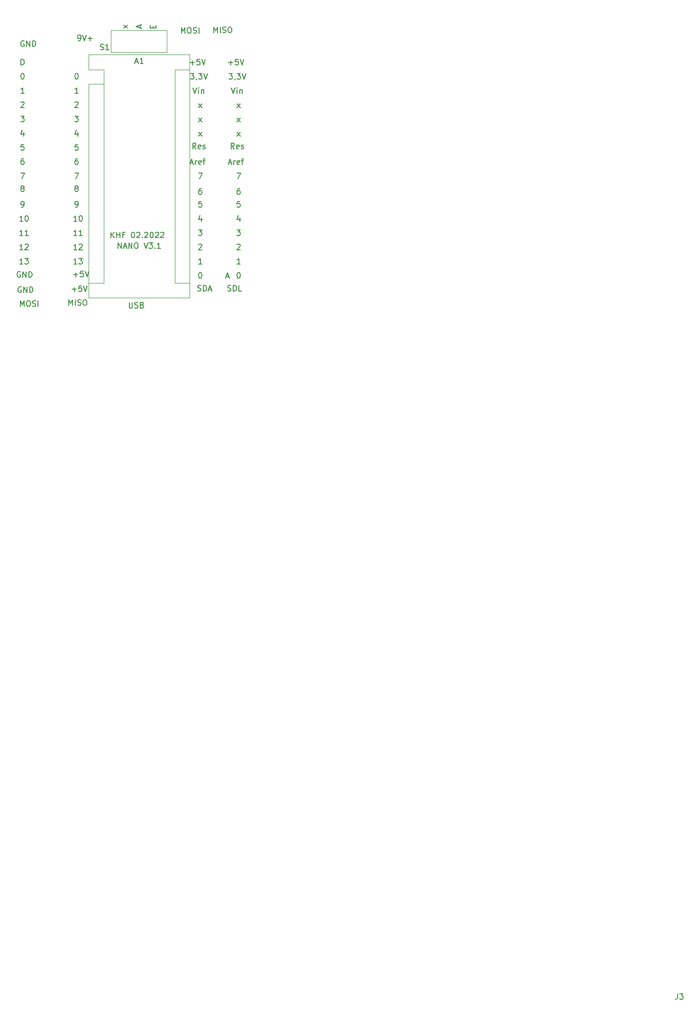
<source format=gbr>
%TF.GenerationSoftware,KiCad,Pcbnew,(5.1.9)-1*%
%TF.CreationDate,2023-02-19T18:33:08+01:00*%
%TF.ProjectId,NANO_Bot,4e414e4f-5f42-46f7-942e-6b696361645f,rev?*%
%TF.SameCoordinates,Original*%
%TF.FileFunction,Legend,Top*%
%TF.FilePolarity,Positive*%
%FSLAX46Y46*%
G04 Gerber Fmt 4.6, Leading zero omitted, Abs format (unit mm)*
G04 Created by KiCad (PCBNEW (5.1.9)-1) date 2023-02-19 18:33:08*
%MOMM*%
%LPD*%
G01*
G04 APERTURE LIST*
%ADD10C,0.150000*%
%ADD11C,0.120000*%
G04 APERTURE END LIST*
D10*
X127452380Y-304045904D02*
X126785714Y-303522095D01*
X126785714Y-304045904D02*
X127452380Y-303522095D01*
X129706666Y-304022095D02*
X129706666Y-303545904D01*
X129992380Y-304117333D02*
X128992380Y-303784000D01*
X129992380Y-303450666D01*
X132008571Y-303998285D02*
X132008571Y-303664952D01*
X132532380Y-303522095D02*
X132532380Y-303998285D01*
X131532380Y-303998285D01*
X131532380Y-303522095D01*
X127770095Y-353020380D02*
X127770095Y-353829904D01*
X127817714Y-353925142D01*
X127865333Y-353972761D01*
X127960571Y-354020380D01*
X128151047Y-354020380D01*
X128246285Y-353972761D01*
X128293904Y-353925142D01*
X128341523Y-353829904D01*
X128341523Y-353020380D01*
X128770095Y-353972761D02*
X128912952Y-354020380D01*
X129151047Y-354020380D01*
X129246285Y-353972761D01*
X129293904Y-353925142D01*
X129341523Y-353829904D01*
X129341523Y-353734666D01*
X129293904Y-353639428D01*
X129246285Y-353591809D01*
X129151047Y-353544190D01*
X128960571Y-353496571D01*
X128865333Y-353448952D01*
X128817714Y-353401333D01*
X128770095Y-353306095D01*
X128770095Y-353210857D01*
X128817714Y-353115619D01*
X128865333Y-353068000D01*
X128960571Y-353020380D01*
X129198666Y-353020380D01*
X129341523Y-353068000D01*
X130103428Y-353496571D02*
X130246285Y-353544190D01*
X130293904Y-353591809D01*
X130341523Y-353687047D01*
X130341523Y-353829904D01*
X130293904Y-353925142D01*
X130246285Y-353972761D01*
X130151047Y-354020380D01*
X129770095Y-354020380D01*
X129770095Y-353020380D01*
X130103428Y-353020380D01*
X130198666Y-353068000D01*
X130246285Y-353115619D01*
X130293904Y-353210857D01*
X130293904Y-353306095D01*
X130246285Y-353401333D01*
X130198666Y-353448952D01*
X130103428Y-353496571D01*
X129770095Y-353496571D01*
X145049904Y-348400666D02*
X145526095Y-348400666D01*
X144954666Y-348686380D02*
X145288000Y-347686380D01*
X145621333Y-348686380D01*
X146986666Y-340066380D02*
X147605714Y-340066380D01*
X147272380Y-340447333D01*
X147415238Y-340447333D01*
X147510476Y-340494952D01*
X147558095Y-340542571D01*
X147605714Y-340637809D01*
X147605714Y-340875904D01*
X147558095Y-340971142D01*
X147510476Y-341018761D01*
X147415238Y-341066380D01*
X147129523Y-341066380D01*
X147034285Y-341018761D01*
X146986666Y-340971142D01*
X145526285Y-310205428D02*
X146288190Y-310205428D01*
X145907238Y-310586380D02*
X145907238Y-309824476D01*
X147240571Y-309586380D02*
X146764380Y-309586380D01*
X146716761Y-310062571D01*
X146764380Y-310014952D01*
X146859619Y-309967333D01*
X147097714Y-309967333D01*
X147192952Y-310014952D01*
X147240571Y-310062571D01*
X147288190Y-310157809D01*
X147288190Y-310395904D01*
X147240571Y-310491142D01*
X147192952Y-310538761D01*
X147097714Y-310586380D01*
X146859619Y-310586380D01*
X146764380Y-310538761D01*
X146716761Y-310491142D01*
X147573904Y-309586380D02*
X147907238Y-310586380D01*
X148240571Y-309586380D01*
X147510476Y-337859714D02*
X147510476Y-338526380D01*
X147272380Y-337478761D02*
X147034285Y-338193047D01*
X147653333Y-338193047D01*
X147058095Y-323286380D02*
X147581904Y-322619714D01*
X147058095Y-322619714D02*
X147581904Y-323286380D01*
X147558095Y-334986380D02*
X147081904Y-334986380D01*
X147034285Y-335462571D01*
X147081904Y-335414952D01*
X147177142Y-335367333D01*
X147415238Y-335367333D01*
X147510476Y-335414952D01*
X147558095Y-335462571D01*
X147605714Y-335557809D01*
X147605714Y-335795904D01*
X147558095Y-335891142D01*
X147510476Y-335938761D01*
X147415238Y-335986380D01*
X147177142Y-335986380D01*
X147081904Y-335938761D01*
X147034285Y-335891142D01*
X147058095Y-318206380D02*
X147581904Y-317539714D01*
X147058095Y-317539714D02*
X147581904Y-318206380D01*
X145550095Y-328080666D02*
X146026285Y-328080666D01*
X145454857Y-328366380D02*
X145788190Y-327366380D01*
X146121523Y-328366380D01*
X146454857Y-328366380D02*
X146454857Y-327699714D01*
X146454857Y-327890190D02*
X146502476Y-327794952D01*
X146550095Y-327747333D01*
X146645333Y-327699714D01*
X146740571Y-327699714D01*
X147454857Y-328318761D02*
X147359619Y-328366380D01*
X147169142Y-328366380D01*
X147073904Y-328318761D01*
X147026285Y-328223523D01*
X147026285Y-327842571D01*
X147073904Y-327747333D01*
X147169142Y-327699714D01*
X147359619Y-327699714D01*
X147454857Y-327747333D01*
X147502476Y-327842571D01*
X147502476Y-327937809D01*
X147026285Y-328033047D01*
X147788190Y-327699714D02*
X148169142Y-327699714D01*
X147931047Y-328366380D02*
X147931047Y-327509238D01*
X147978666Y-327414000D01*
X148073904Y-327366380D01*
X148169142Y-327366380D01*
X147510476Y-332700380D02*
X147320000Y-332700380D01*
X147224761Y-332748000D01*
X147177142Y-332795619D01*
X147081904Y-332938476D01*
X147034285Y-333128952D01*
X147034285Y-333509904D01*
X147081904Y-333605142D01*
X147129523Y-333652761D01*
X147224761Y-333700380D01*
X147415238Y-333700380D01*
X147510476Y-333652761D01*
X147558095Y-333605142D01*
X147605714Y-333509904D01*
X147605714Y-333271809D01*
X147558095Y-333176571D01*
X147510476Y-333128952D01*
X147415238Y-333081333D01*
X147224761Y-333081333D01*
X147129523Y-333128952D01*
X147081904Y-333176571D01*
X147034285Y-333271809D01*
X147034285Y-342701619D02*
X147081904Y-342654000D01*
X147177142Y-342606380D01*
X147415238Y-342606380D01*
X147510476Y-342654000D01*
X147558095Y-342701619D01*
X147605714Y-342796857D01*
X147605714Y-342892095D01*
X147558095Y-343034952D01*
X146986666Y-343606380D01*
X147605714Y-343606380D01*
X147605714Y-346146380D02*
X147034285Y-346146380D01*
X147320000Y-346146380D02*
X147320000Y-345146380D01*
X147224761Y-345289238D01*
X147129523Y-345384476D01*
X147034285Y-345432095D01*
X147272380Y-347686380D02*
X147367619Y-347686380D01*
X147462857Y-347734000D01*
X147510476Y-347781619D01*
X147558095Y-347876857D01*
X147605714Y-348067333D01*
X147605714Y-348305428D01*
X147558095Y-348495904D01*
X147510476Y-348591142D01*
X147462857Y-348638761D01*
X147367619Y-348686380D01*
X147272380Y-348686380D01*
X147177142Y-348638761D01*
X147129523Y-348591142D01*
X147081904Y-348495904D01*
X147034285Y-348305428D01*
X147034285Y-348067333D01*
X147081904Y-347876857D01*
X147129523Y-347781619D01*
X147177142Y-347734000D01*
X147272380Y-347686380D01*
X145589809Y-312126380D02*
X146208857Y-312126380D01*
X145875523Y-312507333D01*
X146018380Y-312507333D01*
X146113619Y-312554952D01*
X146161238Y-312602571D01*
X146208857Y-312697809D01*
X146208857Y-312935904D01*
X146161238Y-313031142D01*
X146113619Y-313078761D01*
X146018380Y-313126380D01*
X145732666Y-313126380D01*
X145637428Y-313078761D01*
X145589809Y-313031142D01*
X146685047Y-313078761D02*
X146685047Y-313126380D01*
X146637428Y-313221619D01*
X146589809Y-313269238D01*
X147018380Y-312126380D02*
X147637428Y-312126380D01*
X147304095Y-312507333D01*
X147446952Y-312507333D01*
X147542190Y-312554952D01*
X147589809Y-312602571D01*
X147637428Y-312697809D01*
X147637428Y-312935904D01*
X147589809Y-313031142D01*
X147542190Y-313078761D01*
X147446952Y-313126380D01*
X147161238Y-313126380D01*
X147066000Y-313078761D01*
X147018380Y-313031142D01*
X147923142Y-312126380D02*
X148256476Y-313126380D01*
X148589809Y-312126380D01*
X146042190Y-314666380D02*
X146375523Y-315666380D01*
X146708857Y-314666380D01*
X147042190Y-315666380D02*
X147042190Y-314999714D01*
X147042190Y-314666380D02*
X146994571Y-314714000D01*
X147042190Y-314761619D01*
X147089809Y-314714000D01*
X147042190Y-314666380D01*
X147042190Y-314761619D01*
X147518380Y-314999714D02*
X147518380Y-315666380D01*
X147518380Y-315094952D02*
X147566000Y-315047333D01*
X147661238Y-314999714D01*
X147804095Y-314999714D01*
X147899333Y-315047333D01*
X147946952Y-315142571D01*
X147946952Y-315666380D01*
X146542190Y-325572380D02*
X146208857Y-325096190D01*
X145970761Y-325572380D02*
X145970761Y-324572380D01*
X146351714Y-324572380D01*
X146446952Y-324620000D01*
X146494571Y-324667619D01*
X146542190Y-324762857D01*
X146542190Y-324905714D01*
X146494571Y-325000952D01*
X146446952Y-325048571D01*
X146351714Y-325096190D01*
X145970761Y-325096190D01*
X147351714Y-325524761D02*
X147256476Y-325572380D01*
X147066000Y-325572380D01*
X146970761Y-325524761D01*
X146923142Y-325429523D01*
X146923142Y-325048571D01*
X146970761Y-324953333D01*
X147066000Y-324905714D01*
X147256476Y-324905714D01*
X147351714Y-324953333D01*
X147399333Y-325048571D01*
X147399333Y-325143809D01*
X146923142Y-325239047D01*
X147780285Y-325524761D02*
X147875523Y-325572380D01*
X148066000Y-325572380D01*
X148161238Y-325524761D01*
X148208857Y-325429523D01*
X148208857Y-325381904D01*
X148161238Y-325286666D01*
X148066000Y-325239047D01*
X147923142Y-325239047D01*
X147827904Y-325191428D01*
X147780285Y-325096190D01*
X147780285Y-325048571D01*
X147827904Y-324953333D01*
X147923142Y-324905714D01*
X148066000Y-324905714D01*
X148161238Y-324953333D01*
X147058095Y-320746380D02*
X147581904Y-320079714D01*
X147058095Y-320079714D02*
X147581904Y-320746380D01*
X146986666Y-329906380D02*
X147653333Y-329906380D01*
X147224761Y-330906380D01*
X108308095Y-347560000D02*
X108212857Y-347512380D01*
X108070000Y-347512380D01*
X107927142Y-347560000D01*
X107831904Y-347655238D01*
X107784285Y-347750476D01*
X107736666Y-347940952D01*
X107736666Y-348083809D01*
X107784285Y-348274285D01*
X107831904Y-348369523D01*
X107927142Y-348464761D01*
X108070000Y-348512380D01*
X108165238Y-348512380D01*
X108308095Y-348464761D01*
X108355714Y-348417142D01*
X108355714Y-348083809D01*
X108165238Y-348083809D01*
X108784285Y-348512380D02*
X108784285Y-347512380D01*
X109355714Y-348512380D01*
X109355714Y-347512380D01*
X109831904Y-348512380D02*
X109831904Y-347512380D01*
X110070000Y-347512380D01*
X110212857Y-347560000D01*
X110308095Y-347655238D01*
X110355714Y-347750476D01*
X110403333Y-347940952D01*
X110403333Y-348083809D01*
X110355714Y-348274285D01*
X110308095Y-348369523D01*
X110212857Y-348464761D01*
X110070000Y-348512380D01*
X109831904Y-348512380D01*
X118030666Y-329906380D02*
X118697333Y-329906380D01*
X118268761Y-330906380D01*
X117564285Y-350681428D02*
X118326190Y-350681428D01*
X117945238Y-351062380D02*
X117945238Y-350300476D01*
X119278571Y-350062380D02*
X118802380Y-350062380D01*
X118754761Y-350538571D01*
X118802380Y-350490952D01*
X118897619Y-350443333D01*
X119135714Y-350443333D01*
X119230952Y-350490952D01*
X119278571Y-350538571D01*
X119326190Y-350633809D01*
X119326190Y-350871904D01*
X119278571Y-350967142D01*
X119230952Y-351014761D01*
X119135714Y-351062380D01*
X118897619Y-351062380D01*
X118802380Y-351014761D01*
X118754761Y-350967142D01*
X119611904Y-350062380D02*
X119945238Y-351062380D01*
X120278571Y-350062380D01*
X118078285Y-317301619D02*
X118125904Y-317254000D01*
X118221142Y-317206380D01*
X118459238Y-317206380D01*
X118554476Y-317254000D01*
X118602095Y-317301619D01*
X118649714Y-317396857D01*
X118649714Y-317492095D01*
X118602095Y-317634952D01*
X118030666Y-318206380D01*
X118649714Y-318206380D01*
X118173523Y-335986380D02*
X118364000Y-335986380D01*
X118459238Y-335938761D01*
X118506857Y-335891142D01*
X118602095Y-335748285D01*
X118649714Y-335557809D01*
X118649714Y-335176857D01*
X118602095Y-335081619D01*
X118554476Y-335034000D01*
X118459238Y-334986380D01*
X118268761Y-334986380D01*
X118173523Y-335034000D01*
X118125904Y-335081619D01*
X118078285Y-335176857D01*
X118078285Y-335414952D01*
X118125904Y-335510190D01*
X118173523Y-335557809D01*
X118268761Y-335605428D01*
X118459238Y-335605428D01*
X118554476Y-335557809D01*
X118602095Y-335510190D01*
X118649714Y-335414952D01*
X118427523Y-338526380D02*
X117856095Y-338526380D01*
X118141809Y-338526380D02*
X118141809Y-337526380D01*
X118046571Y-337669238D01*
X117951333Y-337764476D01*
X117856095Y-337812095D01*
X119046571Y-337526380D02*
X119141809Y-337526380D01*
X119237047Y-337574000D01*
X119284666Y-337621619D01*
X119332285Y-337716857D01*
X119379904Y-337907333D01*
X119379904Y-338145428D01*
X119332285Y-338335904D01*
X119284666Y-338431142D01*
X119237047Y-338478761D01*
X119141809Y-338526380D01*
X119046571Y-338526380D01*
X118951333Y-338478761D01*
X118903714Y-338431142D01*
X118856095Y-338335904D01*
X118808476Y-338145428D01*
X118808476Y-337907333D01*
X118856095Y-337716857D01*
X118903714Y-337621619D01*
X118951333Y-337574000D01*
X119046571Y-337526380D01*
X118316380Y-312126380D02*
X118411619Y-312126380D01*
X118506857Y-312174000D01*
X118554476Y-312221619D01*
X118602095Y-312316857D01*
X118649714Y-312507333D01*
X118649714Y-312745428D01*
X118602095Y-312935904D01*
X118554476Y-313031142D01*
X118506857Y-313078761D01*
X118411619Y-313126380D01*
X118316380Y-313126380D01*
X118221142Y-313078761D01*
X118173523Y-313031142D01*
X118125904Y-312935904D01*
X118078285Y-312745428D01*
X118078285Y-312507333D01*
X118125904Y-312316857D01*
X118173523Y-312221619D01*
X118221142Y-312174000D01*
X118316380Y-312126380D01*
X118030666Y-319746380D02*
X118649714Y-319746380D01*
X118316380Y-320127333D01*
X118459238Y-320127333D01*
X118554476Y-320174952D01*
X118602095Y-320222571D01*
X118649714Y-320317809D01*
X118649714Y-320555904D01*
X118602095Y-320651142D01*
X118554476Y-320698761D01*
X118459238Y-320746380D01*
X118173523Y-320746380D01*
X118078285Y-320698761D01*
X118030666Y-320651142D01*
X118602095Y-324826380D02*
X118125904Y-324826380D01*
X118078285Y-325302571D01*
X118125904Y-325254952D01*
X118221142Y-325207333D01*
X118459238Y-325207333D01*
X118554476Y-325254952D01*
X118602095Y-325302571D01*
X118649714Y-325397809D01*
X118649714Y-325635904D01*
X118602095Y-325731142D01*
X118554476Y-325778761D01*
X118459238Y-325826380D01*
X118221142Y-325826380D01*
X118125904Y-325778761D01*
X118078285Y-325731142D01*
X118554476Y-327366380D02*
X118364000Y-327366380D01*
X118268761Y-327414000D01*
X118221142Y-327461619D01*
X118125904Y-327604476D01*
X118078285Y-327794952D01*
X118078285Y-328175904D01*
X118125904Y-328271142D01*
X118173523Y-328318761D01*
X118268761Y-328366380D01*
X118459238Y-328366380D01*
X118554476Y-328318761D01*
X118602095Y-328271142D01*
X118649714Y-328175904D01*
X118649714Y-327937809D01*
X118602095Y-327842571D01*
X118554476Y-327794952D01*
X118459238Y-327747333D01*
X118268761Y-327747333D01*
X118173523Y-327794952D01*
X118125904Y-327842571D01*
X118078285Y-327937809D01*
X118427523Y-343606380D02*
X117856095Y-343606380D01*
X118141809Y-343606380D02*
X118141809Y-342606380D01*
X118046571Y-342749238D01*
X117951333Y-342844476D01*
X117856095Y-342892095D01*
X118808476Y-342701619D02*
X118856095Y-342654000D01*
X118951333Y-342606380D01*
X119189428Y-342606380D01*
X119284666Y-342654000D01*
X119332285Y-342701619D01*
X119379904Y-342796857D01*
X119379904Y-342892095D01*
X119332285Y-343034952D01*
X118760857Y-343606380D01*
X119379904Y-343606380D01*
X118427523Y-346146380D02*
X117856095Y-346146380D01*
X118141809Y-346146380D02*
X118141809Y-345146380D01*
X118046571Y-345289238D01*
X117951333Y-345384476D01*
X117856095Y-345432095D01*
X118760857Y-345146380D02*
X119379904Y-345146380D01*
X119046571Y-345527333D01*
X119189428Y-345527333D01*
X119284666Y-345574952D01*
X119332285Y-345622571D01*
X119379904Y-345717809D01*
X119379904Y-345955904D01*
X119332285Y-346051142D01*
X119284666Y-346098761D01*
X119189428Y-346146380D01*
X118903714Y-346146380D01*
X118808476Y-346098761D01*
X118760857Y-346051142D01*
X118268761Y-332620952D02*
X118173523Y-332573333D01*
X118125904Y-332525714D01*
X118078285Y-332430476D01*
X118078285Y-332382857D01*
X118125904Y-332287619D01*
X118173523Y-332240000D01*
X118268761Y-332192380D01*
X118459238Y-332192380D01*
X118554476Y-332240000D01*
X118602095Y-332287619D01*
X118649714Y-332382857D01*
X118649714Y-332430476D01*
X118602095Y-332525714D01*
X118554476Y-332573333D01*
X118459238Y-332620952D01*
X118268761Y-332620952D01*
X118173523Y-332668571D01*
X118125904Y-332716190D01*
X118078285Y-332811428D01*
X118078285Y-333001904D01*
X118125904Y-333097142D01*
X118173523Y-333144761D01*
X118268761Y-333192380D01*
X118459238Y-333192380D01*
X118554476Y-333144761D01*
X118602095Y-333097142D01*
X118649714Y-333001904D01*
X118649714Y-332811428D01*
X118602095Y-332716190D01*
X118554476Y-332668571D01*
X118459238Y-332620952D01*
X118649714Y-315666380D02*
X118078285Y-315666380D01*
X118364000Y-315666380D02*
X118364000Y-314666380D01*
X118268761Y-314809238D01*
X118173523Y-314904476D01*
X118078285Y-314952095D01*
X118554476Y-322619714D02*
X118554476Y-323286380D01*
X118316380Y-322238761D02*
X118078285Y-322953047D01*
X118697333Y-322953047D01*
X118427523Y-341066380D02*
X117856095Y-341066380D01*
X118141809Y-341066380D02*
X118141809Y-340066380D01*
X118046571Y-340209238D01*
X117951333Y-340304476D01*
X117856095Y-340352095D01*
X119379904Y-341066380D02*
X118808476Y-341066380D01*
X119094190Y-341066380D02*
X119094190Y-340066380D01*
X118998952Y-340209238D01*
X118903714Y-340304476D01*
X118808476Y-340352095D01*
X125778095Y-343352380D02*
X125778095Y-342352380D01*
X126349523Y-343352380D01*
X126349523Y-342352380D01*
X126778095Y-343066666D02*
X127254285Y-343066666D01*
X126682857Y-343352380D02*
X127016190Y-342352380D01*
X127349523Y-343352380D01*
X127682857Y-343352380D02*
X127682857Y-342352380D01*
X128254285Y-343352380D01*
X128254285Y-342352380D01*
X128920952Y-342352380D02*
X129111428Y-342352380D01*
X129206666Y-342400000D01*
X129301904Y-342495238D01*
X129349523Y-342685714D01*
X129349523Y-343019047D01*
X129301904Y-343209523D01*
X129206666Y-343304761D01*
X129111428Y-343352380D01*
X128920952Y-343352380D01*
X128825714Y-343304761D01*
X128730476Y-343209523D01*
X128682857Y-343019047D01*
X128682857Y-342685714D01*
X128730476Y-342495238D01*
X128825714Y-342400000D01*
X128920952Y-342352380D01*
X130397142Y-342352380D02*
X130730476Y-343352380D01*
X131063809Y-342352380D01*
X131301904Y-342352380D02*
X131920952Y-342352380D01*
X131587619Y-342733333D01*
X131730476Y-342733333D01*
X131825714Y-342780952D01*
X131873333Y-342828571D01*
X131920952Y-342923809D01*
X131920952Y-343161904D01*
X131873333Y-343257142D01*
X131825714Y-343304761D01*
X131730476Y-343352380D01*
X131444761Y-343352380D01*
X131349523Y-343304761D01*
X131301904Y-343257142D01*
X132349523Y-343257142D02*
X132397142Y-343304761D01*
X132349523Y-343352380D01*
X132301904Y-343304761D01*
X132349523Y-343257142D01*
X132349523Y-343352380D01*
X133349523Y-343352380D02*
X132778095Y-343352380D01*
X133063809Y-343352380D02*
X133063809Y-342352380D01*
X132968571Y-342495238D01*
X132873333Y-342590476D01*
X132778095Y-342638095D01*
X140200095Y-323286380D02*
X140723904Y-322619714D01*
X140200095Y-322619714D02*
X140723904Y-323286380D01*
X140200095Y-320746380D02*
X140723904Y-320079714D01*
X140200095Y-320079714D02*
X140723904Y-320746380D01*
X140200095Y-318206380D02*
X140723904Y-317539714D01*
X140200095Y-317539714D02*
X140723904Y-318206380D01*
X139184190Y-314666380D02*
X139517523Y-315666380D01*
X139850857Y-314666380D01*
X140184190Y-315666380D02*
X140184190Y-314999714D01*
X140184190Y-314666380D02*
X140136571Y-314714000D01*
X140184190Y-314761619D01*
X140231809Y-314714000D01*
X140184190Y-314666380D01*
X140184190Y-314761619D01*
X140660380Y-314999714D02*
X140660380Y-315666380D01*
X140660380Y-315094952D02*
X140708000Y-315047333D01*
X140803238Y-314999714D01*
X140946095Y-314999714D01*
X141041333Y-315047333D01*
X141088952Y-315142571D01*
X141088952Y-315666380D01*
X138731809Y-312126380D02*
X139350857Y-312126380D01*
X139017523Y-312507333D01*
X139160380Y-312507333D01*
X139255619Y-312554952D01*
X139303238Y-312602571D01*
X139350857Y-312697809D01*
X139350857Y-312935904D01*
X139303238Y-313031142D01*
X139255619Y-313078761D01*
X139160380Y-313126380D01*
X138874666Y-313126380D01*
X138779428Y-313078761D01*
X138731809Y-313031142D01*
X139827047Y-313078761D02*
X139827047Y-313126380D01*
X139779428Y-313221619D01*
X139731809Y-313269238D01*
X140160380Y-312126380D02*
X140779428Y-312126380D01*
X140446095Y-312507333D01*
X140588952Y-312507333D01*
X140684190Y-312554952D01*
X140731809Y-312602571D01*
X140779428Y-312697809D01*
X140779428Y-312935904D01*
X140731809Y-313031142D01*
X140684190Y-313078761D01*
X140588952Y-313126380D01*
X140303238Y-313126380D01*
X140208000Y-313078761D01*
X140160380Y-313031142D01*
X141065142Y-312126380D02*
X141398476Y-313126380D01*
X141731809Y-312126380D01*
X138668285Y-310205428D02*
X139430190Y-310205428D01*
X139049238Y-310586380D02*
X139049238Y-309824476D01*
X140382571Y-309586380D02*
X139906380Y-309586380D01*
X139858761Y-310062571D01*
X139906380Y-310014952D01*
X140001619Y-309967333D01*
X140239714Y-309967333D01*
X140334952Y-310014952D01*
X140382571Y-310062571D01*
X140430190Y-310157809D01*
X140430190Y-310395904D01*
X140382571Y-310491142D01*
X140334952Y-310538761D01*
X140239714Y-310586380D01*
X140001619Y-310586380D01*
X139906380Y-310538761D01*
X139858761Y-310491142D01*
X140715904Y-309586380D02*
X141049238Y-310586380D01*
X141382571Y-309586380D01*
X139684190Y-325572380D02*
X139350857Y-325096190D01*
X139112761Y-325572380D02*
X139112761Y-324572380D01*
X139493714Y-324572380D01*
X139588952Y-324620000D01*
X139636571Y-324667619D01*
X139684190Y-324762857D01*
X139684190Y-324905714D01*
X139636571Y-325000952D01*
X139588952Y-325048571D01*
X139493714Y-325096190D01*
X139112761Y-325096190D01*
X140493714Y-325524761D02*
X140398476Y-325572380D01*
X140208000Y-325572380D01*
X140112761Y-325524761D01*
X140065142Y-325429523D01*
X140065142Y-325048571D01*
X140112761Y-324953333D01*
X140208000Y-324905714D01*
X140398476Y-324905714D01*
X140493714Y-324953333D01*
X140541333Y-325048571D01*
X140541333Y-325143809D01*
X140065142Y-325239047D01*
X140922285Y-325524761D02*
X141017523Y-325572380D01*
X141208000Y-325572380D01*
X141303238Y-325524761D01*
X141350857Y-325429523D01*
X141350857Y-325381904D01*
X141303238Y-325286666D01*
X141208000Y-325239047D01*
X141065142Y-325239047D01*
X140969904Y-325191428D01*
X140922285Y-325096190D01*
X140922285Y-325048571D01*
X140969904Y-324953333D01*
X141065142Y-324905714D01*
X141208000Y-324905714D01*
X141303238Y-324953333D01*
X138692095Y-328080666D02*
X139168285Y-328080666D01*
X138596857Y-328366380D02*
X138930190Y-327366380D01*
X139263523Y-328366380D01*
X139596857Y-328366380D02*
X139596857Y-327699714D01*
X139596857Y-327890190D02*
X139644476Y-327794952D01*
X139692095Y-327747333D01*
X139787333Y-327699714D01*
X139882571Y-327699714D01*
X140596857Y-328318761D02*
X140501619Y-328366380D01*
X140311142Y-328366380D01*
X140215904Y-328318761D01*
X140168285Y-328223523D01*
X140168285Y-327842571D01*
X140215904Y-327747333D01*
X140311142Y-327699714D01*
X140501619Y-327699714D01*
X140596857Y-327747333D01*
X140644476Y-327842571D01*
X140644476Y-327937809D01*
X140168285Y-328033047D01*
X140930190Y-327699714D02*
X141311142Y-327699714D01*
X141073047Y-328366380D02*
X141073047Y-327509238D01*
X141120666Y-327414000D01*
X141215904Y-327366380D01*
X141311142Y-327366380D01*
X140128666Y-329906380D02*
X140795333Y-329906380D01*
X140366761Y-330906380D01*
X140652476Y-332700380D02*
X140462000Y-332700380D01*
X140366761Y-332748000D01*
X140319142Y-332795619D01*
X140223904Y-332938476D01*
X140176285Y-333128952D01*
X140176285Y-333509904D01*
X140223904Y-333605142D01*
X140271523Y-333652761D01*
X140366761Y-333700380D01*
X140557238Y-333700380D01*
X140652476Y-333652761D01*
X140700095Y-333605142D01*
X140747714Y-333509904D01*
X140747714Y-333271809D01*
X140700095Y-333176571D01*
X140652476Y-333128952D01*
X140557238Y-333081333D01*
X140366761Y-333081333D01*
X140271523Y-333128952D01*
X140223904Y-333176571D01*
X140176285Y-333271809D01*
X140700095Y-334986380D02*
X140223904Y-334986380D01*
X140176285Y-335462571D01*
X140223904Y-335414952D01*
X140319142Y-335367333D01*
X140557238Y-335367333D01*
X140652476Y-335414952D01*
X140700095Y-335462571D01*
X140747714Y-335557809D01*
X140747714Y-335795904D01*
X140700095Y-335891142D01*
X140652476Y-335938761D01*
X140557238Y-335986380D01*
X140319142Y-335986380D01*
X140223904Y-335938761D01*
X140176285Y-335891142D01*
X140652476Y-337859714D02*
X140652476Y-338526380D01*
X140414380Y-337478761D02*
X140176285Y-338193047D01*
X140795333Y-338193047D01*
X140128666Y-340066380D02*
X140747714Y-340066380D01*
X140414380Y-340447333D01*
X140557238Y-340447333D01*
X140652476Y-340494952D01*
X140700095Y-340542571D01*
X140747714Y-340637809D01*
X140747714Y-340875904D01*
X140700095Y-340971142D01*
X140652476Y-341018761D01*
X140557238Y-341066380D01*
X140271523Y-341066380D01*
X140176285Y-341018761D01*
X140128666Y-340971142D01*
X140176285Y-342701619D02*
X140223904Y-342654000D01*
X140319142Y-342606380D01*
X140557238Y-342606380D01*
X140652476Y-342654000D01*
X140700095Y-342701619D01*
X140747714Y-342796857D01*
X140747714Y-342892095D01*
X140700095Y-343034952D01*
X140128666Y-343606380D01*
X140747714Y-343606380D01*
X140747714Y-346146380D02*
X140176285Y-346146380D01*
X140462000Y-346146380D02*
X140462000Y-345146380D01*
X140366761Y-345289238D01*
X140271523Y-345384476D01*
X140176285Y-345432095D01*
X140414380Y-347686380D02*
X140509619Y-347686380D01*
X140604857Y-347734000D01*
X140652476Y-347781619D01*
X140700095Y-347876857D01*
X140747714Y-348067333D01*
X140747714Y-348305428D01*
X140700095Y-348495904D01*
X140652476Y-348591142D01*
X140604857Y-348638761D01*
X140509619Y-348686380D01*
X140414380Y-348686380D01*
X140319142Y-348638761D01*
X140271523Y-348591142D01*
X140223904Y-348495904D01*
X140176285Y-348305428D01*
X140176285Y-348067333D01*
X140223904Y-347876857D01*
X140271523Y-347781619D01*
X140319142Y-347734000D01*
X140414380Y-347686380D01*
X108458095Y-350274000D02*
X108362857Y-350226380D01*
X108220000Y-350226380D01*
X108077142Y-350274000D01*
X107981904Y-350369238D01*
X107934285Y-350464476D01*
X107886666Y-350654952D01*
X107886666Y-350797809D01*
X107934285Y-350988285D01*
X107981904Y-351083523D01*
X108077142Y-351178761D01*
X108220000Y-351226380D01*
X108315238Y-351226380D01*
X108458095Y-351178761D01*
X108505714Y-351131142D01*
X108505714Y-350797809D01*
X108315238Y-350797809D01*
X108934285Y-351226380D02*
X108934285Y-350226380D01*
X109505714Y-351226380D01*
X109505714Y-350226380D01*
X109981904Y-351226380D02*
X109981904Y-350226380D01*
X110220000Y-350226380D01*
X110362857Y-350274000D01*
X110458095Y-350369238D01*
X110505714Y-350464476D01*
X110553333Y-350654952D01*
X110553333Y-350797809D01*
X110505714Y-350988285D01*
X110458095Y-351083523D01*
X110362857Y-351178761D01*
X110220000Y-351226380D01*
X109981904Y-351226380D01*
X117840285Y-348051428D02*
X118602190Y-348051428D01*
X118221238Y-348432380D02*
X118221238Y-347670476D01*
X119554571Y-347432380D02*
X119078380Y-347432380D01*
X119030761Y-347908571D01*
X119078380Y-347860952D01*
X119173619Y-347813333D01*
X119411714Y-347813333D01*
X119506952Y-347860952D01*
X119554571Y-347908571D01*
X119602190Y-348003809D01*
X119602190Y-348241904D01*
X119554571Y-348337142D01*
X119506952Y-348384761D01*
X119411714Y-348432380D01*
X119173619Y-348432380D01*
X119078380Y-348384761D01*
X119030761Y-348337142D01*
X119887904Y-347432380D02*
X120221238Y-348432380D01*
X120554571Y-347432380D01*
X108775523Y-346146380D02*
X108204095Y-346146380D01*
X108489809Y-346146380D02*
X108489809Y-345146380D01*
X108394571Y-345289238D01*
X108299333Y-345384476D01*
X108204095Y-345432095D01*
X109108857Y-345146380D02*
X109727904Y-345146380D01*
X109394571Y-345527333D01*
X109537428Y-345527333D01*
X109632666Y-345574952D01*
X109680285Y-345622571D01*
X109727904Y-345717809D01*
X109727904Y-345955904D01*
X109680285Y-346051142D01*
X109632666Y-346098761D01*
X109537428Y-346146380D01*
X109251714Y-346146380D01*
X109156476Y-346098761D01*
X109108857Y-346051142D01*
X108775523Y-343606380D02*
X108204095Y-343606380D01*
X108489809Y-343606380D02*
X108489809Y-342606380D01*
X108394571Y-342749238D01*
X108299333Y-342844476D01*
X108204095Y-342892095D01*
X109156476Y-342701619D02*
X109204095Y-342654000D01*
X109299333Y-342606380D01*
X109537428Y-342606380D01*
X109632666Y-342654000D01*
X109680285Y-342701619D01*
X109727904Y-342796857D01*
X109727904Y-342892095D01*
X109680285Y-343034952D01*
X109108857Y-343606380D01*
X109727904Y-343606380D01*
X108775523Y-341066380D02*
X108204095Y-341066380D01*
X108489809Y-341066380D02*
X108489809Y-340066380D01*
X108394571Y-340209238D01*
X108299333Y-340304476D01*
X108204095Y-340352095D01*
X109727904Y-341066380D02*
X109156476Y-341066380D01*
X109442190Y-341066380D02*
X109442190Y-340066380D01*
X109346952Y-340209238D01*
X109251714Y-340304476D01*
X109156476Y-340352095D01*
X108775523Y-338526380D02*
X108204095Y-338526380D01*
X108489809Y-338526380D02*
X108489809Y-337526380D01*
X108394571Y-337669238D01*
X108299333Y-337764476D01*
X108204095Y-337812095D01*
X109394571Y-337526380D02*
X109489809Y-337526380D01*
X109585047Y-337574000D01*
X109632666Y-337621619D01*
X109680285Y-337716857D01*
X109727904Y-337907333D01*
X109727904Y-338145428D01*
X109680285Y-338335904D01*
X109632666Y-338431142D01*
X109585047Y-338478761D01*
X109489809Y-338526380D01*
X109394571Y-338526380D01*
X109299333Y-338478761D01*
X109251714Y-338431142D01*
X109204095Y-338335904D01*
X109156476Y-338145428D01*
X109156476Y-337907333D01*
X109204095Y-337716857D01*
X109251714Y-337621619D01*
X109299333Y-337574000D01*
X109394571Y-337526380D01*
X108521523Y-335986380D02*
X108712000Y-335986380D01*
X108807238Y-335938761D01*
X108854857Y-335891142D01*
X108950095Y-335748285D01*
X108997714Y-335557809D01*
X108997714Y-335176857D01*
X108950095Y-335081619D01*
X108902476Y-335034000D01*
X108807238Y-334986380D01*
X108616761Y-334986380D01*
X108521523Y-335034000D01*
X108473904Y-335081619D01*
X108426285Y-335176857D01*
X108426285Y-335414952D01*
X108473904Y-335510190D01*
X108521523Y-335557809D01*
X108616761Y-335605428D01*
X108807238Y-335605428D01*
X108902476Y-335557809D01*
X108950095Y-335510190D01*
X108997714Y-335414952D01*
X108616761Y-332620952D02*
X108521523Y-332573333D01*
X108473904Y-332525714D01*
X108426285Y-332430476D01*
X108426285Y-332382857D01*
X108473904Y-332287619D01*
X108521523Y-332240000D01*
X108616761Y-332192380D01*
X108807238Y-332192380D01*
X108902476Y-332240000D01*
X108950095Y-332287619D01*
X108997714Y-332382857D01*
X108997714Y-332430476D01*
X108950095Y-332525714D01*
X108902476Y-332573333D01*
X108807238Y-332620952D01*
X108616761Y-332620952D01*
X108521523Y-332668571D01*
X108473904Y-332716190D01*
X108426285Y-332811428D01*
X108426285Y-333001904D01*
X108473904Y-333097142D01*
X108521523Y-333144761D01*
X108616761Y-333192380D01*
X108807238Y-333192380D01*
X108902476Y-333144761D01*
X108950095Y-333097142D01*
X108997714Y-333001904D01*
X108997714Y-332811428D01*
X108950095Y-332716190D01*
X108902476Y-332668571D01*
X108807238Y-332620952D01*
X108378666Y-329906380D02*
X109045333Y-329906380D01*
X108616761Y-330906380D01*
X108902476Y-327366380D02*
X108712000Y-327366380D01*
X108616761Y-327414000D01*
X108569142Y-327461619D01*
X108473904Y-327604476D01*
X108426285Y-327794952D01*
X108426285Y-328175904D01*
X108473904Y-328271142D01*
X108521523Y-328318761D01*
X108616761Y-328366380D01*
X108807238Y-328366380D01*
X108902476Y-328318761D01*
X108950095Y-328271142D01*
X108997714Y-328175904D01*
X108997714Y-327937809D01*
X108950095Y-327842571D01*
X108902476Y-327794952D01*
X108807238Y-327747333D01*
X108616761Y-327747333D01*
X108521523Y-327794952D01*
X108473904Y-327842571D01*
X108426285Y-327937809D01*
X108950095Y-324826380D02*
X108473904Y-324826380D01*
X108426285Y-325302571D01*
X108473904Y-325254952D01*
X108569142Y-325207333D01*
X108807238Y-325207333D01*
X108902476Y-325254952D01*
X108950095Y-325302571D01*
X108997714Y-325397809D01*
X108997714Y-325635904D01*
X108950095Y-325731142D01*
X108902476Y-325778761D01*
X108807238Y-325826380D01*
X108569142Y-325826380D01*
X108473904Y-325778761D01*
X108426285Y-325731142D01*
X108902476Y-322619714D02*
X108902476Y-323286380D01*
X108664380Y-322238761D02*
X108426285Y-322953047D01*
X109045333Y-322953047D01*
X108450095Y-310586380D02*
X108450095Y-309586380D01*
X108688190Y-309586380D01*
X108831047Y-309634000D01*
X108926285Y-309729238D01*
X108973904Y-309824476D01*
X109021523Y-310014952D01*
X109021523Y-310157809D01*
X108973904Y-310348285D01*
X108926285Y-310443523D01*
X108831047Y-310538761D01*
X108688190Y-310586380D01*
X108450095Y-310586380D01*
X108378666Y-319746380D02*
X108997714Y-319746380D01*
X108664380Y-320127333D01*
X108807238Y-320127333D01*
X108902476Y-320174952D01*
X108950095Y-320222571D01*
X108997714Y-320317809D01*
X108997714Y-320555904D01*
X108950095Y-320651142D01*
X108902476Y-320698761D01*
X108807238Y-320746380D01*
X108521523Y-320746380D01*
X108426285Y-320698761D01*
X108378666Y-320651142D01*
X108426285Y-317301619D02*
X108473904Y-317254000D01*
X108569142Y-317206380D01*
X108807238Y-317206380D01*
X108902476Y-317254000D01*
X108950095Y-317301619D01*
X108997714Y-317396857D01*
X108997714Y-317492095D01*
X108950095Y-317634952D01*
X108378666Y-318206380D01*
X108997714Y-318206380D01*
X108997714Y-315666380D02*
X108426285Y-315666380D01*
X108712000Y-315666380D02*
X108712000Y-314666380D01*
X108616761Y-314809238D01*
X108521523Y-314904476D01*
X108426285Y-314952095D01*
X108664380Y-312126380D02*
X108759619Y-312126380D01*
X108854857Y-312174000D01*
X108902476Y-312221619D01*
X108950095Y-312316857D01*
X108997714Y-312507333D01*
X108997714Y-312745428D01*
X108950095Y-312935904D01*
X108902476Y-313031142D01*
X108854857Y-313078761D01*
X108759619Y-313126380D01*
X108664380Y-313126380D01*
X108569142Y-313078761D01*
X108521523Y-313031142D01*
X108473904Y-312935904D01*
X108426285Y-312745428D01*
X108426285Y-312507333D01*
X108473904Y-312316857D01*
X108521523Y-312221619D01*
X108569142Y-312174000D01*
X108664380Y-312126380D01*
X118649904Y-306268380D02*
X118840380Y-306268380D01*
X118935619Y-306220761D01*
X118983238Y-306173142D01*
X119078476Y-306030285D01*
X119126095Y-305839809D01*
X119126095Y-305458857D01*
X119078476Y-305363619D01*
X119030857Y-305316000D01*
X118935619Y-305268380D01*
X118745142Y-305268380D01*
X118649904Y-305316000D01*
X118602285Y-305363619D01*
X118554666Y-305458857D01*
X118554666Y-305696952D01*
X118602285Y-305792190D01*
X118649904Y-305839809D01*
X118745142Y-305887428D01*
X118935619Y-305887428D01*
X119030857Y-305839809D01*
X119078476Y-305792190D01*
X119126095Y-305696952D01*
X119411809Y-305268380D02*
X119745142Y-306268380D01*
X120078476Y-305268380D01*
X120411809Y-305887428D02*
X121173714Y-305887428D01*
X120792761Y-306268380D02*
X120792761Y-305506476D01*
X124529523Y-341462380D02*
X124529523Y-340462380D01*
X125100952Y-341462380D02*
X124672380Y-340890952D01*
X125100952Y-340462380D02*
X124529523Y-341033809D01*
X125529523Y-341462380D02*
X125529523Y-340462380D01*
X125529523Y-340938571D02*
X126100952Y-340938571D01*
X126100952Y-341462380D02*
X126100952Y-340462380D01*
X126910476Y-340938571D02*
X126577142Y-340938571D01*
X126577142Y-341462380D02*
X126577142Y-340462380D01*
X127053333Y-340462380D01*
X128386666Y-340462380D02*
X128481904Y-340462380D01*
X128577142Y-340510000D01*
X128624761Y-340557619D01*
X128672380Y-340652857D01*
X128720000Y-340843333D01*
X128720000Y-341081428D01*
X128672380Y-341271904D01*
X128624761Y-341367142D01*
X128577142Y-341414761D01*
X128481904Y-341462380D01*
X128386666Y-341462380D01*
X128291428Y-341414761D01*
X128243809Y-341367142D01*
X128196190Y-341271904D01*
X128148571Y-341081428D01*
X128148571Y-340843333D01*
X128196190Y-340652857D01*
X128243809Y-340557619D01*
X128291428Y-340510000D01*
X128386666Y-340462380D01*
X129100952Y-340557619D02*
X129148571Y-340510000D01*
X129243809Y-340462380D01*
X129481904Y-340462380D01*
X129577142Y-340510000D01*
X129624761Y-340557619D01*
X129672380Y-340652857D01*
X129672380Y-340748095D01*
X129624761Y-340890952D01*
X129053333Y-341462380D01*
X129672380Y-341462380D01*
X130100952Y-341367142D02*
X130148571Y-341414761D01*
X130100952Y-341462380D01*
X130053333Y-341414761D01*
X130100952Y-341367142D01*
X130100952Y-341462380D01*
X130529523Y-340557619D02*
X130577142Y-340510000D01*
X130672380Y-340462380D01*
X130910476Y-340462380D01*
X131005714Y-340510000D01*
X131053333Y-340557619D01*
X131100952Y-340652857D01*
X131100952Y-340748095D01*
X131053333Y-340890952D01*
X130481904Y-341462380D01*
X131100952Y-341462380D01*
X131720000Y-340462380D02*
X131815238Y-340462380D01*
X131910476Y-340510000D01*
X131958095Y-340557619D01*
X132005714Y-340652857D01*
X132053333Y-340843333D01*
X132053333Y-341081428D01*
X132005714Y-341271904D01*
X131958095Y-341367142D01*
X131910476Y-341414761D01*
X131815238Y-341462380D01*
X131720000Y-341462380D01*
X131624761Y-341414761D01*
X131577142Y-341367142D01*
X131529523Y-341271904D01*
X131481904Y-341081428D01*
X131481904Y-340843333D01*
X131529523Y-340652857D01*
X131577142Y-340557619D01*
X131624761Y-340510000D01*
X131720000Y-340462380D01*
X132434285Y-340557619D02*
X132481904Y-340510000D01*
X132577142Y-340462380D01*
X132815238Y-340462380D01*
X132910476Y-340510000D01*
X132958095Y-340557619D01*
X133005714Y-340652857D01*
X133005714Y-340748095D01*
X132958095Y-340890952D01*
X132386666Y-341462380D01*
X133005714Y-341462380D01*
X133386666Y-340557619D02*
X133434285Y-340510000D01*
X133529523Y-340462380D01*
X133767619Y-340462380D01*
X133862857Y-340510000D01*
X133910476Y-340557619D01*
X133958095Y-340652857D01*
X133958095Y-340748095D01*
X133910476Y-340890952D01*
X133339047Y-341462380D01*
X133958095Y-341462380D01*
D11*
%TO.C,S1*%
X134467600Y-308330600D02*
X124510800Y-308330600D01*
X124510800Y-308330600D02*
X124510800Y-304393600D01*
X124510800Y-304393600D02*
X134467600Y-304393600D01*
X134467600Y-304393600D02*
X134493000Y-308330600D01*
%TO.C,A1*%
X138591001Y-308755001D02*
X120551001Y-308755001D01*
X138591001Y-352195001D02*
X138591001Y-308755001D01*
X120551001Y-352195001D02*
X138591001Y-352195001D01*
X123221001Y-349525001D02*
X120551001Y-349525001D01*
X123221001Y-313965001D02*
X123221001Y-349525001D01*
X123221001Y-313965001D02*
X120551001Y-313965001D01*
X135921001Y-349525001D02*
X138591001Y-349525001D01*
X135921001Y-311425001D02*
X135921001Y-349525001D01*
X135921001Y-311425001D02*
X138591001Y-311425001D01*
X120551001Y-308755001D02*
X120551001Y-311425001D01*
X120551001Y-313965001D02*
X120551001Y-352195001D01*
X123221001Y-311425001D02*
X120551001Y-311425001D01*
X123221001Y-313965001D02*
X123221001Y-311425001D01*
%TO.C,MISO*%
D10*
X116998571Y-353522380D02*
X116998571Y-352522380D01*
X117331904Y-353236666D01*
X117665238Y-352522380D01*
X117665238Y-353522380D01*
X118141428Y-353522380D02*
X118141428Y-352522380D01*
X118570000Y-353474761D02*
X118712857Y-353522380D01*
X118950952Y-353522380D01*
X119046190Y-353474761D01*
X119093809Y-353427142D01*
X119141428Y-353331904D01*
X119141428Y-353236666D01*
X119093809Y-353141428D01*
X119046190Y-353093809D01*
X118950952Y-353046190D01*
X118760476Y-352998571D01*
X118665238Y-352950952D01*
X118617619Y-352903333D01*
X118570000Y-352808095D01*
X118570000Y-352712857D01*
X118617619Y-352617619D01*
X118665238Y-352570000D01*
X118760476Y-352522380D01*
X118998571Y-352522380D01*
X119141428Y-352570000D01*
X119760476Y-352522380D02*
X119950952Y-352522380D01*
X120046190Y-352570000D01*
X120141428Y-352665238D01*
X120189047Y-352855714D01*
X120189047Y-353189047D01*
X120141428Y-353379523D01*
X120046190Y-353474761D01*
X119950952Y-353522380D01*
X119760476Y-353522380D01*
X119665238Y-353474761D01*
X119570000Y-353379523D01*
X119522380Y-353189047D01*
X119522380Y-352855714D01*
X119570000Y-352665238D01*
X119665238Y-352570000D01*
X119760476Y-352522380D01*
%TO.C,MOSI*%
X108338571Y-353732380D02*
X108338571Y-352732380D01*
X108671904Y-353446666D01*
X109005238Y-352732380D01*
X109005238Y-353732380D01*
X109671904Y-352732380D02*
X109862380Y-352732380D01*
X109957619Y-352780000D01*
X110052857Y-352875238D01*
X110100476Y-353065714D01*
X110100476Y-353399047D01*
X110052857Y-353589523D01*
X109957619Y-353684761D01*
X109862380Y-353732380D01*
X109671904Y-353732380D01*
X109576666Y-353684761D01*
X109481428Y-353589523D01*
X109433809Y-353399047D01*
X109433809Y-353065714D01*
X109481428Y-352875238D01*
X109576666Y-352780000D01*
X109671904Y-352732380D01*
X110481428Y-353684761D02*
X110624285Y-353732380D01*
X110862380Y-353732380D01*
X110957619Y-353684761D01*
X111005238Y-353637142D01*
X111052857Y-353541904D01*
X111052857Y-353446666D01*
X111005238Y-353351428D01*
X110957619Y-353303809D01*
X110862380Y-353256190D01*
X110671904Y-353208571D01*
X110576666Y-353160952D01*
X110529047Y-353113333D01*
X110481428Y-353018095D01*
X110481428Y-352922857D01*
X110529047Y-352827619D01*
X110576666Y-352780000D01*
X110671904Y-352732380D01*
X110910000Y-352732380D01*
X111052857Y-352780000D01*
X111481428Y-353732380D02*
X111481428Y-352732380D01*
%TO.C,SDL*%
X145367523Y-350924761D02*
X145510380Y-350972380D01*
X145748476Y-350972380D01*
X145843714Y-350924761D01*
X145891333Y-350877142D01*
X145938952Y-350781904D01*
X145938952Y-350686666D01*
X145891333Y-350591428D01*
X145843714Y-350543809D01*
X145748476Y-350496190D01*
X145558000Y-350448571D01*
X145462761Y-350400952D01*
X145415142Y-350353333D01*
X145367523Y-350258095D01*
X145367523Y-350162857D01*
X145415142Y-350067619D01*
X145462761Y-350020000D01*
X145558000Y-349972380D01*
X145796095Y-349972380D01*
X145938952Y-350020000D01*
X146367523Y-350972380D02*
X146367523Y-349972380D01*
X146605619Y-349972380D01*
X146748476Y-350020000D01*
X146843714Y-350115238D01*
X146891333Y-350210476D01*
X146938952Y-350400952D01*
X146938952Y-350543809D01*
X146891333Y-350734285D01*
X146843714Y-350829523D01*
X146748476Y-350924761D01*
X146605619Y-350972380D01*
X146367523Y-350972380D01*
X147843714Y-350972380D02*
X147367523Y-350972380D01*
X147367523Y-349972380D01*
%TO.C,SDA*%
X140009714Y-350924761D02*
X140152571Y-350972380D01*
X140390666Y-350972380D01*
X140485904Y-350924761D01*
X140533523Y-350877142D01*
X140581142Y-350781904D01*
X140581142Y-350686666D01*
X140533523Y-350591428D01*
X140485904Y-350543809D01*
X140390666Y-350496190D01*
X140200190Y-350448571D01*
X140104952Y-350400952D01*
X140057333Y-350353333D01*
X140009714Y-350258095D01*
X140009714Y-350162857D01*
X140057333Y-350067619D01*
X140104952Y-350020000D01*
X140200190Y-349972380D01*
X140438285Y-349972380D01*
X140581142Y-350020000D01*
X141009714Y-350972380D02*
X141009714Y-349972380D01*
X141247809Y-349972380D01*
X141390666Y-350020000D01*
X141485904Y-350115238D01*
X141533523Y-350210476D01*
X141581142Y-350400952D01*
X141581142Y-350543809D01*
X141533523Y-350734285D01*
X141485904Y-350829523D01*
X141390666Y-350924761D01*
X141247809Y-350972380D01*
X141009714Y-350972380D01*
X141962095Y-350686666D02*
X142438285Y-350686666D01*
X141866857Y-350972380D02*
X142200190Y-349972380D01*
X142533523Y-350972380D01*
%TO.C,MISO*%
X142898571Y-304832380D02*
X142898571Y-303832380D01*
X143231904Y-304546666D01*
X143565238Y-303832380D01*
X143565238Y-304832380D01*
X144041428Y-304832380D02*
X144041428Y-303832380D01*
X144470000Y-304784761D02*
X144612857Y-304832380D01*
X144850952Y-304832380D01*
X144946190Y-304784761D01*
X144993809Y-304737142D01*
X145041428Y-304641904D01*
X145041428Y-304546666D01*
X144993809Y-304451428D01*
X144946190Y-304403809D01*
X144850952Y-304356190D01*
X144660476Y-304308571D01*
X144565238Y-304260952D01*
X144517619Y-304213333D01*
X144470000Y-304118095D01*
X144470000Y-304022857D01*
X144517619Y-303927619D01*
X144565238Y-303880000D01*
X144660476Y-303832380D01*
X144898571Y-303832380D01*
X145041428Y-303880000D01*
X145660476Y-303832380D02*
X145850952Y-303832380D01*
X145946190Y-303880000D01*
X146041428Y-303975238D01*
X146089047Y-304165714D01*
X146089047Y-304499047D01*
X146041428Y-304689523D01*
X145946190Y-304784761D01*
X145850952Y-304832380D01*
X145660476Y-304832380D01*
X145565238Y-304784761D01*
X145470000Y-304689523D01*
X145422380Y-304499047D01*
X145422380Y-304165714D01*
X145470000Y-303975238D01*
X145565238Y-303880000D01*
X145660476Y-303832380D01*
%TO.C,MOSI*%
X137068571Y-304922380D02*
X137068571Y-303922380D01*
X137401904Y-304636666D01*
X137735238Y-303922380D01*
X137735238Y-304922380D01*
X138401904Y-303922380D02*
X138592380Y-303922380D01*
X138687619Y-303970000D01*
X138782857Y-304065238D01*
X138830476Y-304255714D01*
X138830476Y-304589047D01*
X138782857Y-304779523D01*
X138687619Y-304874761D01*
X138592380Y-304922380D01*
X138401904Y-304922380D01*
X138306666Y-304874761D01*
X138211428Y-304779523D01*
X138163809Y-304589047D01*
X138163809Y-304255714D01*
X138211428Y-304065238D01*
X138306666Y-303970000D01*
X138401904Y-303922380D01*
X139211428Y-304874761D02*
X139354285Y-304922380D01*
X139592380Y-304922380D01*
X139687619Y-304874761D01*
X139735238Y-304827142D01*
X139782857Y-304731904D01*
X139782857Y-304636666D01*
X139735238Y-304541428D01*
X139687619Y-304493809D01*
X139592380Y-304446190D01*
X139401904Y-304398571D01*
X139306666Y-304350952D01*
X139259047Y-304303333D01*
X139211428Y-304208095D01*
X139211428Y-304112857D01*
X139259047Y-304017619D01*
X139306666Y-303970000D01*
X139401904Y-303922380D01*
X139640000Y-303922380D01*
X139782857Y-303970000D01*
X140211428Y-304922380D02*
X140211428Y-303922380D01*
%TO.C,S1*%
X122618095Y-307844761D02*
X122760952Y-307892380D01*
X122999047Y-307892380D01*
X123094285Y-307844761D01*
X123141904Y-307797142D01*
X123189523Y-307701904D01*
X123189523Y-307606666D01*
X123141904Y-307511428D01*
X123094285Y-307463809D01*
X122999047Y-307416190D01*
X122808571Y-307368571D01*
X122713333Y-307320952D01*
X122665714Y-307273333D01*
X122618095Y-307178095D01*
X122618095Y-307082857D01*
X122665714Y-306987619D01*
X122713333Y-306940000D01*
X122808571Y-306892380D01*
X123046666Y-306892380D01*
X123189523Y-306940000D01*
X124141904Y-307892380D02*
X123570476Y-307892380D01*
X123856190Y-307892380D02*
X123856190Y-306892380D01*
X123760952Y-307035238D01*
X123665714Y-307130476D01*
X123570476Y-307178095D01*
%TO.C,*%
X225726666Y-476464380D02*
X225726666Y-477178666D01*
X225679047Y-477321523D01*
X225583809Y-477416761D01*
X225440952Y-477464380D01*
X225345714Y-477464380D01*
X226107619Y-476464380D02*
X226726666Y-476464380D01*
X226393333Y-476845333D01*
X226536190Y-476845333D01*
X226631428Y-476892952D01*
X226679047Y-476940571D01*
X226726666Y-477035809D01*
X226726666Y-477273904D01*
X226679047Y-477369142D01*
X226631428Y-477416761D01*
X226536190Y-477464380D01*
X226250476Y-477464380D01*
X226155238Y-477416761D01*
X226107619Y-477369142D01*
%TO.C,A1*%
X128856715Y-310046666D02*
X129332905Y-310046666D01*
X128761477Y-310332380D02*
X129094810Y-309332380D01*
X129428143Y-310332380D01*
X130285286Y-310332380D02*
X129713858Y-310332380D01*
X129999572Y-310332380D02*
X129999572Y-309332380D01*
X129904334Y-309475238D01*
X129809096Y-309570476D01*
X129713858Y-309618095D01*
%TO.C,GND*%
X108966095Y-306332000D02*
X108870857Y-306284380D01*
X108728000Y-306284380D01*
X108585142Y-306332000D01*
X108489904Y-306427238D01*
X108442285Y-306522476D01*
X108394666Y-306712952D01*
X108394666Y-306855809D01*
X108442285Y-307046285D01*
X108489904Y-307141523D01*
X108585142Y-307236761D01*
X108728000Y-307284380D01*
X108823238Y-307284380D01*
X108966095Y-307236761D01*
X109013714Y-307189142D01*
X109013714Y-306855809D01*
X108823238Y-306855809D01*
X109442285Y-307284380D02*
X109442285Y-306284380D01*
X110013714Y-307284380D01*
X110013714Y-306284380D01*
X110489904Y-307284380D02*
X110489904Y-306284380D01*
X110728000Y-306284380D01*
X110870857Y-306332000D01*
X110966095Y-306427238D01*
X111013714Y-306522476D01*
X111061333Y-306712952D01*
X111061333Y-306855809D01*
X111013714Y-307046285D01*
X110966095Y-307141523D01*
X110870857Y-307236761D01*
X110728000Y-307284380D01*
X110489904Y-307284380D01*
%TD*%
M02*

</source>
